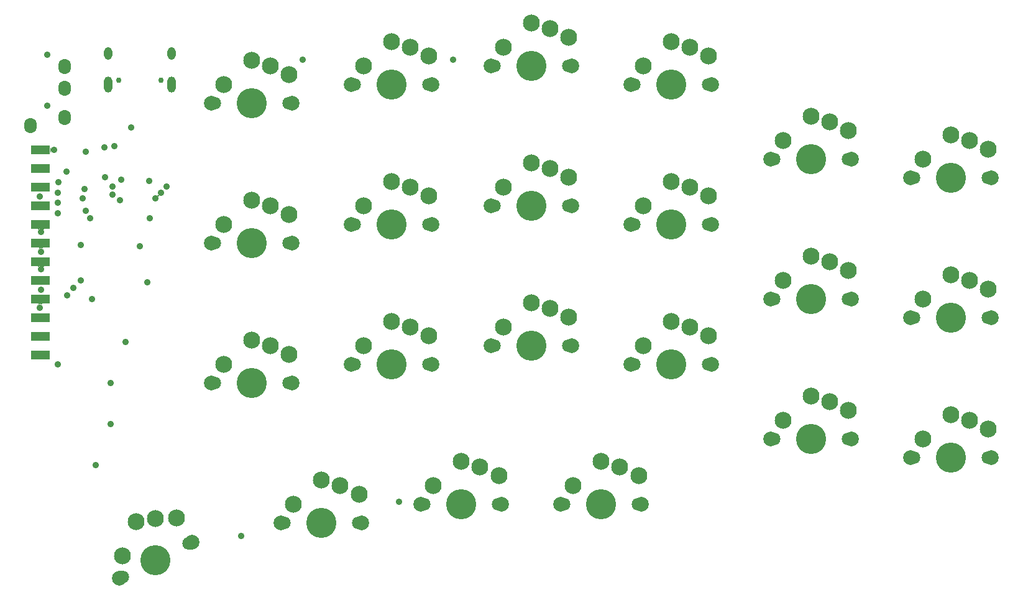
<source format=gbr>
%TF.GenerationSoftware,KiCad,Pcbnew,6.0.5-2.fc36*%
%TF.CreationDate,2022-06-13T17:40:47-05:00*%
%TF.ProjectId,right,72696768-742e-46b6-9963-61645f706362,rev?*%
%TF.SameCoordinates,Original*%
%TF.FileFunction,Soldermask,Bot*%
%TF.FilePolarity,Negative*%
%FSLAX46Y46*%
G04 Gerber Fmt 4.6, Leading zero omitted, Abs format (unit mm)*
G04 Created by KiCad (PCBNEW 6.0.5-2.fc36) date 2022-06-13 17:40:47*
%MOMM*%
%LPD*%
G01*
G04 APERTURE LIST*
G04 Aperture macros list*
%AMRoundRect*
0 Rectangle with rounded corners*
0 $1 Rounding radius*
0 $2 $3 $4 $5 $6 $7 $8 $9 X,Y pos of 4 corners*
0 Add a 4 corners polygon primitive as box body*
4,1,4,$2,$3,$4,$5,$6,$7,$8,$9,$2,$3,0*
0 Add four circle primitives for the rounded corners*
1,1,$1+$1,$2,$3*
1,1,$1+$1,$4,$5*
1,1,$1+$1,$6,$7*
1,1,$1+$1,$8,$9*
0 Add four rect primitives between the rounded corners*
20,1,$1+$1,$2,$3,$4,$5,0*
20,1,$1+$1,$4,$5,$6,$7,0*
20,1,$1+$1,$6,$7,$8,$9,0*
20,1,$1+$1,$8,$9,$2,$3,0*%
G04 Aperture macros list end*
%ADD10C,0.752000*%
%ADD11O,1.102000X1.702000*%
%ADD12O,1.102000X2.202000*%
%ADD13C,0.902000*%
%ADD14O,1.702000X2.102000*%
%ADD15C,2.002000*%
%ADD16C,4.102000*%
%ADD17C,1.802000*%
%ADD18C,2.302000*%
%ADD19RoundRect,0.051000X1.250000X0.500000X-1.250000X0.500000X-1.250000X-0.500000X1.250000X-0.500000X0*%
G04 APERTURE END LIST*
D10*
%TO.C,J1*%
X99664000Y-71307000D03*
X93884000Y-71307000D03*
D11*
X101094000Y-67657000D03*
X92454000Y-67657000D03*
D12*
X92454000Y-71837000D03*
X101094000Y-71837000D03*
%TD*%
D13*
%TO.C,J2*%
X84201000Y-74767000D03*
X84201000Y-67767000D03*
D14*
X81901000Y-77467000D03*
X86501000Y-76367000D03*
X86501000Y-72367000D03*
X86501000Y-69367000D03*
%TD*%
D15*
%TO.C,SW33*%
X136564000Y-109982000D03*
D16*
X131064000Y-109982000D03*
D17*
X136144000Y-109982000D03*
X125984000Y-109982000D03*
D15*
X125564000Y-109982000D03*
D18*
X136164000Y-106082000D03*
X127254000Y-107442000D03*
X133604000Y-104902000D03*
X131064000Y-104082000D03*
%TD*%
D17*
%TO.C,SW32*%
X125984000Y-90932000D03*
D16*
X131064000Y-90932000D03*
D15*
X136564000Y-90932000D03*
X125564000Y-90932000D03*
D17*
X136144000Y-90932000D03*
D18*
X127254000Y-88392000D03*
X136164000Y-87032000D03*
X131064000Y-85032000D03*
X133604000Y-85852000D03*
%TD*%
D15*
%TO.C,SW31*%
X125564000Y-71882000D03*
D17*
X125984000Y-71882000D03*
D15*
X136564000Y-71882000D03*
D17*
X136144000Y-71882000D03*
D16*
X131064000Y-71882000D03*
D18*
X127254000Y-69342000D03*
X136164000Y-67982000D03*
X131064000Y-65982000D03*
X133604000Y-66802000D03*
%TD*%
D16*
%TO.C,SW23*%
X150114000Y-107442000D03*
D15*
X155614000Y-107442000D03*
X144614000Y-107442000D03*
D17*
X155194000Y-107442000D03*
X145034000Y-107442000D03*
D18*
X155214000Y-103542000D03*
X146304000Y-104902000D03*
X150114000Y-101542000D03*
X152654000Y-102362000D03*
%TD*%
D16*
%TO.C,SW22*%
X150114000Y-88392000D03*
D17*
X145034000Y-88392000D03*
D15*
X155614000Y-88392000D03*
D17*
X155194000Y-88392000D03*
D15*
X144614000Y-88392000D03*
D18*
X146304000Y-85852000D03*
X155214000Y-84492000D03*
X150114000Y-82492000D03*
X152654000Y-83312000D03*
%TD*%
D17*
%TO.C,SW21*%
X155194000Y-69342000D03*
D15*
X144614000Y-69342000D03*
D17*
X145034000Y-69342000D03*
D15*
X155614000Y-69342000D03*
D16*
X150114000Y-69342000D03*
D18*
X155214000Y-65442000D03*
X146304000Y-66802000D03*
X152654000Y-64262000D03*
X150114000Y-63442000D03*
%TD*%
D17*
%TO.C,SW19*%
X183134000Y-120142000D03*
X193294000Y-120142000D03*
D16*
X188214000Y-120142000D03*
D15*
X182714000Y-120142000D03*
X193714000Y-120142000D03*
D18*
X193314000Y-116242000D03*
X184404000Y-117602000D03*
X188214000Y-114242000D03*
X190754000Y-115062000D03*
%TD*%
D15*
%TO.C,SW18*%
X182714000Y-101092000D03*
X193714000Y-101092000D03*
D16*
X188214000Y-101092000D03*
D17*
X183134000Y-101092000D03*
X193294000Y-101092000D03*
D18*
X193314000Y-97192000D03*
X184404000Y-98552000D03*
X190754000Y-96012000D03*
X188214000Y-95192000D03*
%TD*%
D16*
%TO.C,SW17*%
X188214000Y-82042000D03*
D17*
X193294000Y-82042000D03*
D15*
X182714000Y-82042000D03*
X193714000Y-82042000D03*
D17*
X183134000Y-82042000D03*
D18*
X184404000Y-79502000D03*
X193314000Y-78142000D03*
X190754000Y-76962000D03*
X188214000Y-76142000D03*
%TD*%
D17*
%TO.C,SW14*%
X106934000Y-112522000D03*
X117094000Y-112522000D03*
D16*
X112014000Y-112522000D03*
D15*
X117514000Y-112522000D03*
X106514000Y-112522000D03*
D18*
X108204000Y-109982000D03*
X117114000Y-108622000D03*
X112014000Y-106622000D03*
X114554000Y-107442000D03*
%TD*%
D15*
%TO.C,SW12*%
X117514000Y-74422000D03*
D17*
X117094000Y-74422000D03*
D15*
X106514000Y-74422000D03*
D16*
X112014000Y-74422000D03*
D17*
X106934000Y-74422000D03*
D18*
X108204000Y-71882000D03*
X117114000Y-70522000D03*
X112014000Y-68522000D03*
X114554000Y-69342000D03*
%TD*%
D15*
%TO.C,SW9*%
X163664000Y-109982000D03*
D17*
X164084000Y-109982000D03*
X174244000Y-109982000D03*
D16*
X169164000Y-109982000D03*
D15*
X174664000Y-109982000D03*
D18*
X174264000Y-106082000D03*
X165354000Y-107442000D03*
X169164000Y-104082000D03*
X171704000Y-104902000D03*
%TD*%
D15*
%TO.C,SW8*%
X163664000Y-90932000D03*
D16*
X169164000Y-90932000D03*
D15*
X174664000Y-90932000D03*
D17*
X164084000Y-90932000D03*
X174244000Y-90932000D03*
D18*
X165354000Y-88392000D03*
X174264000Y-87032000D03*
X169164000Y-85032000D03*
X171704000Y-85852000D03*
%TD*%
D15*
%TO.C,SW13*%
X106514000Y-93472000D03*
D17*
X106934000Y-93472000D03*
D16*
X112014000Y-93472000D03*
D17*
X117094000Y-93472000D03*
D15*
X117514000Y-93472000D03*
D18*
X108204000Y-90932000D03*
X117114000Y-89572000D03*
X112014000Y-87572000D03*
X114554000Y-88392000D03*
%TD*%
D17*
%TO.C,SW7*%
X174244000Y-71882000D03*
D15*
X174664000Y-71882000D03*
D17*
X164084000Y-71882000D03*
D15*
X163664000Y-71882000D03*
D16*
X169164000Y-71882000D03*
D18*
X174264000Y-67982000D03*
X165354000Y-69342000D03*
X171704000Y-66802000D03*
X169164000Y-65982000D03*
%TD*%
D17*
%TO.C,SW5*%
X202184000Y-122682000D03*
D15*
X201764000Y-122682000D03*
D17*
X212344000Y-122682000D03*
D15*
X212764000Y-122682000D03*
D16*
X207264000Y-122682000D03*
D18*
X212364000Y-118782000D03*
X203454000Y-120142000D03*
X209804000Y-117602000D03*
X207264000Y-116782000D03*
%TD*%
D15*
%TO.C,SW4*%
X212764000Y-103632000D03*
D16*
X207264000Y-103632000D03*
D17*
X202184000Y-103632000D03*
D15*
X201764000Y-103632000D03*
D17*
X212344000Y-103632000D03*
D18*
X212364000Y-99732000D03*
X203454000Y-101092000D03*
X207264000Y-97732000D03*
X209804000Y-98552000D03*
%TD*%
D15*
%TO.C,SW3*%
X201764000Y-84582000D03*
D17*
X212344000Y-84582000D03*
D15*
X212764000Y-84582000D03*
D16*
X207264000Y-84582000D03*
D17*
X202184000Y-84582000D03*
D18*
X203454000Y-82042000D03*
X212364000Y-80682000D03*
X209804000Y-79502000D03*
X207264000Y-78682000D03*
%TD*%
D15*
%TO.C,SW10*%
X165139000Y-129032000D03*
D17*
X164719000Y-129032000D03*
D15*
X154139000Y-129032000D03*
D17*
X154559000Y-129032000D03*
D16*
X159639000Y-129032000D03*
D18*
X155829000Y-126492000D03*
X164739000Y-125132000D03*
X162179000Y-123952000D03*
X159639000Y-123132000D03*
%TD*%
D15*
%TO.C,SW15*%
X103855139Y-134197912D03*
D17*
X94386733Y-138918685D03*
X103479267Y-134385315D03*
D15*
X94010861Y-139106088D03*
D16*
X98933000Y-136652000D03*
D18*
X101756994Y-130886147D03*
X94389958Y-136078880D03*
X98939448Y-130972391D03*
X96300433Y-131371887D03*
%TD*%
D15*
%TO.C,SW24*%
X146089000Y-129032000D03*
D17*
X145669000Y-129032000D03*
D15*
X135089000Y-129032000D03*
D17*
X135509000Y-129032000D03*
D16*
X140589000Y-129032000D03*
D18*
X145689000Y-125132000D03*
X136779000Y-126492000D03*
X140589000Y-123132000D03*
X143129000Y-123952000D03*
%TD*%
D15*
%TO.C,SW34*%
X127039000Y-131572000D03*
D17*
X126619000Y-131572000D03*
D16*
X121539000Y-131572000D03*
D15*
X116039000Y-131572000D03*
D17*
X116459000Y-131572000D03*
D18*
X117729000Y-129032000D03*
X126639000Y-127672000D03*
X121539000Y-125672000D03*
X124079000Y-126492000D03*
%TD*%
D19*
%TO.C,J3*%
X83249000Y-80772000D03*
X83249000Y-83312000D03*
X83249000Y-85852000D03*
X83249000Y-88392000D03*
X83249000Y-90932000D03*
X83249000Y-93472000D03*
X83249000Y-96012000D03*
X83249000Y-98552000D03*
X83249000Y-101092000D03*
X83249000Y-103632000D03*
X83249000Y-106172000D03*
X83249000Y-108712000D03*
%TD*%
D13*
X83185000Y-102235000D03*
X110617000Y-133350000D03*
X139446000Y-68453000D03*
X118999000Y-68453000D03*
X97790000Y-98806000D03*
X95631000Y-77724000D03*
X90297000Y-101092000D03*
X88773000Y-93726000D03*
X132080000Y-128651000D03*
X98044000Y-84963000D03*
X83185000Y-87122000D03*
X85090000Y-80772000D03*
X89408000Y-81026000D03*
X86786000Y-83693000D03*
X88773000Y-98552000D03*
X98139235Y-90067167D03*
X83312000Y-91948000D03*
X98933000Y-87375998D03*
X83312000Y-94615000D03*
X87757000Y-99568000D03*
X99694996Y-86614000D03*
X86868000Y-100584000D03*
X83312000Y-97028000D03*
X83312000Y-99822000D03*
X85598000Y-109982000D03*
X100457000Y-85725000D03*
X85598000Y-87972000D03*
X85598000Y-89408000D03*
X93345000Y-80264000D03*
X91953360Y-80396370D03*
X88994000Y-87376000D03*
X89412660Y-89022340D03*
X85598000Y-86614006D03*
X90043000Y-90042998D03*
X89261000Y-86126000D03*
X85684167Y-85192152D03*
X96774000Y-93853000D03*
X92075000Y-84455000D03*
X94869000Y-106954000D03*
X94107000Y-87630000D03*
X93091000Y-86868000D03*
X92837000Y-112542000D03*
X92837000Y-118130000D03*
X93091000Y-85725000D03*
X90805000Y-123718000D03*
X94234000Y-84836000D03*
G36*
X83516208Y-101642000D02*
G01*
X83516208Y-101644000D01*
X83515039Y-101644919D01*
X83448027Y-101664595D01*
X83402672Y-101716938D01*
X83392815Y-101785491D01*
X83421667Y-101848666D01*
X83439685Y-101865643D01*
X83439988Y-101865876D01*
X83440752Y-101867725D01*
X83439533Y-101869310D01*
X83437681Y-101869140D01*
X83373326Y-101827426D01*
X83251364Y-101790952D01*
X83124066Y-101790175D01*
X83001666Y-101825157D01*
X82932921Y-101868531D01*
X82930923Y-101868610D01*
X82929856Y-101866919D01*
X82930239Y-101865661D01*
X82971189Y-101809581D01*
X82975308Y-101740446D01*
X82941395Y-101680058D01*
X82880045Y-101647499D01*
X82855319Y-101644990D01*
X82853697Y-101643820D01*
X82853899Y-101641830D01*
X82855521Y-101641000D01*
X83514476Y-101641000D01*
X83516208Y-101642000D01*
G37*
G36*
X83772656Y-96562000D02*
G01*
X83772656Y-96564000D01*
X83771487Y-96564919D01*
X83704475Y-96584595D01*
X83659120Y-96636938D01*
X83649259Y-96705524D01*
X83671535Y-96758411D01*
X83671286Y-96760395D01*
X83669443Y-96761171D01*
X83668177Y-96760493D01*
X83607147Y-96689665D01*
X83500326Y-96620426D01*
X83378364Y-96583952D01*
X83251066Y-96583175D01*
X83128666Y-96618157D01*
X83021009Y-96686083D01*
X82955918Y-96759785D01*
X82954022Y-96760421D01*
X82952523Y-96759097D01*
X82952554Y-96757740D01*
X82975562Y-96698227D01*
X82961646Y-96630381D01*
X82913238Y-96580806D01*
X82852567Y-96564935D01*
X82851144Y-96563529D01*
X82851650Y-96561594D01*
X82853073Y-96561000D01*
X83770924Y-96561000D01*
X83772656Y-96562000D01*
G37*
G36*
X83643208Y-94022000D02*
G01*
X83643208Y-94024000D01*
X83642039Y-94024919D01*
X83575027Y-94044595D01*
X83529672Y-94096938D01*
X83519815Y-94165491D01*
X83548667Y-94228666D01*
X83566685Y-94245643D01*
X83566988Y-94245876D01*
X83567752Y-94247725D01*
X83566533Y-94249310D01*
X83564681Y-94249140D01*
X83500326Y-94207426D01*
X83378364Y-94170952D01*
X83251066Y-94170175D01*
X83128666Y-94205157D01*
X83059921Y-94248531D01*
X83057923Y-94248610D01*
X83056856Y-94246919D01*
X83057239Y-94245661D01*
X83098189Y-94189581D01*
X83102308Y-94120446D01*
X83068395Y-94060058D01*
X83007045Y-94027499D01*
X82982319Y-94024990D01*
X82980697Y-94023820D01*
X82980899Y-94021830D01*
X82982521Y-94021000D01*
X83641476Y-94021000D01*
X83643208Y-94022000D01*
G37*
G36*
X83772656Y-91482000D02*
G01*
X83772656Y-91484000D01*
X83771487Y-91484919D01*
X83704475Y-91504595D01*
X83659120Y-91556938D01*
X83649259Y-91625524D01*
X83671535Y-91678411D01*
X83671286Y-91680395D01*
X83669443Y-91681171D01*
X83668177Y-91680493D01*
X83607147Y-91609665D01*
X83500326Y-91540426D01*
X83378364Y-91503952D01*
X83251066Y-91503175D01*
X83128666Y-91538157D01*
X83021009Y-91606083D01*
X82955918Y-91679785D01*
X82954022Y-91680421D01*
X82952523Y-91679097D01*
X82952554Y-91677740D01*
X82975562Y-91618227D01*
X82961646Y-91550381D01*
X82913238Y-91500806D01*
X82852567Y-91484935D01*
X82851144Y-91483529D01*
X82851650Y-91481594D01*
X82853073Y-91481000D01*
X83770924Y-91481000D01*
X83772656Y-91482000D01*
G37*
G36*
X99293093Y-86804140D02*
G01*
X99313825Y-86851258D01*
X99395737Y-86948704D01*
X99491600Y-87012516D01*
X99492488Y-87014308D01*
X99491380Y-87015973D01*
X99490278Y-87016170D01*
X99427563Y-87009428D01*
X99365634Y-87040428D01*
X99330293Y-87099991D01*
X99332774Y-87169468D01*
X99335767Y-87177492D01*
X99339877Y-87187415D01*
X99339616Y-87189398D01*
X99337768Y-87190163D01*
X99336208Y-87189008D01*
X99311243Y-87134100D01*
X99228147Y-87037663D01*
X99135102Y-86977354D01*
X99134193Y-86975573D01*
X99135280Y-86973895D01*
X99136404Y-86973687D01*
X99200433Y-86980570D01*
X99262362Y-86949570D01*
X99297703Y-86890007D01*
X99295222Y-86820530D01*
X99292229Y-86812506D01*
X99289414Y-86805710D01*
X99289675Y-86803727D01*
X99291523Y-86802962D01*
X99293093Y-86804140D01*
G37*
G36*
X84551919Y-80374193D02*
G01*
X84571595Y-80441205D01*
X84623938Y-80486560D01*
X84692491Y-80496417D01*
X84755668Y-80467565D01*
X84768499Y-80453946D01*
X84768737Y-80453730D01*
X84781456Y-80443970D01*
X84783439Y-80443709D01*
X84784657Y-80445296D01*
X84784173Y-80446881D01*
X84714739Y-80525501D01*
X84660639Y-80640730D01*
X84641054Y-80766515D01*
X84657560Y-80892739D01*
X84708829Y-81009258D01*
X84780007Y-81093935D01*
X84780356Y-81095904D01*
X84778825Y-81097191D01*
X84777258Y-81096809D01*
X84758923Y-81082740D01*
X84757650Y-81083267D01*
X84756733Y-81082899D01*
X84716578Y-81053579D01*
X84647443Y-81049462D01*
X84587057Y-81083376D01*
X84554499Y-81144726D01*
X84551990Y-81169450D01*
X84550820Y-81171072D01*
X84548830Y-81170870D01*
X84548000Y-81169248D01*
X84548000Y-80374756D01*
X84549000Y-80373024D01*
X84551000Y-80373024D01*
X84551919Y-80374193D01*
G37*
M02*

</source>
